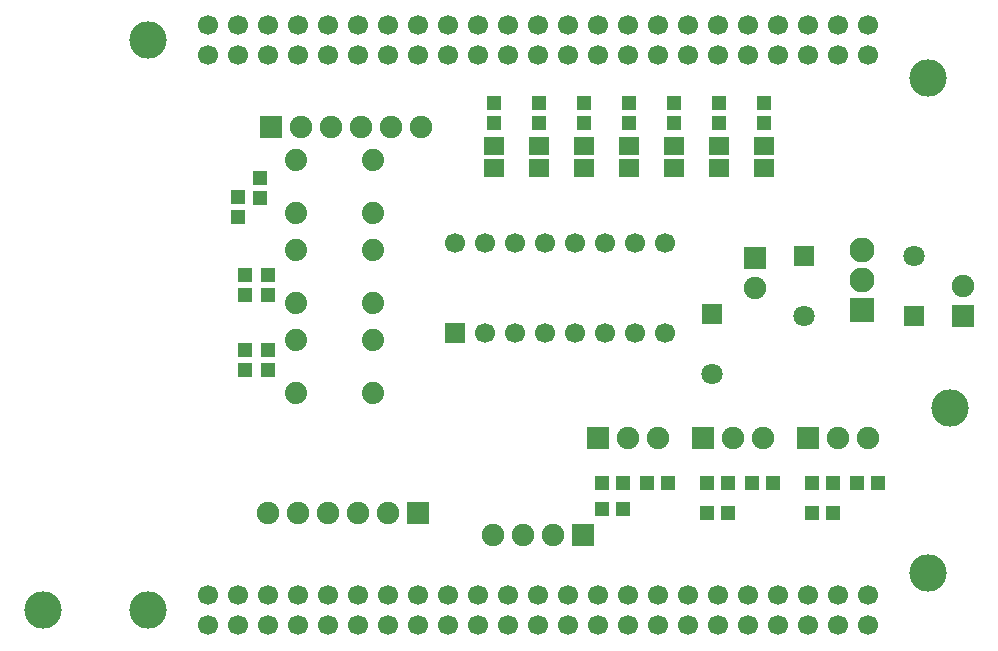
<source format=gbr>
G04 DipTrace 2.4.0.2*
%INTopMask.gbr*%
%MOIN*%
%ADD23R,0.0669X0.0669*%
%ADD24C,0.0669*%
%ADD28C,0.074*%
%ADD29R,0.0748X0.0748*%
%ADD30C,0.0748*%
%ADD33C,0.125*%
%ADD39C,0.0828*%
%ADD40R,0.0828X0.0828*%
%ADD45R,0.0671X0.0592*%
%ADD47R,0.071X0.071*%
%ADD49C,0.071*%
%ADD51R,0.0474X0.0513*%
%ADD53R,0.0513X0.0474*%
%FSLAX44Y44*%
G04*
G70*
G90*
G75*
G01*
%LNTopMask*%
%LPD*%
D53*
X32275Y8940D3*
X31605D3*
X28775D3*
X28105D3*
X25275Y9065D3*
X24605D3*
D51*
X13440Y13690D3*
Y14359D3*
Y16190D3*
Y16859D3*
X13190Y19440D3*
Y20109D3*
D49*
X31313Y15502D3*
D47*
Y17502D3*
D49*
X35001D3*
D47*
Y15502D3*
D45*
X30003Y20440D3*
Y21188D3*
X28503Y20440D3*
Y21188D3*
X27003Y20440D3*
Y21188D3*
X25503Y20440D3*
Y21188D3*
X24003Y20440D3*
Y21188D3*
X22503Y20440D3*
Y21188D3*
X21003Y20440D3*
Y21188D3*
D29*
X18440Y8940D3*
D30*
X17440D3*
X16440D3*
X15440D3*
X14440D3*
X13440D3*
D29*
X13565Y21815D3*
D30*
X14565D3*
X15565D3*
X16565D3*
X17565D3*
X18565D3*
D29*
X31440Y11440D3*
D30*
X32440D3*
X33440D3*
D29*
X27940D3*
D30*
X28940D3*
X29940D3*
D29*
X24440D3*
D30*
X25440D3*
X26440D3*
D29*
X23940Y8190D3*
D30*
X22940D3*
X21940D3*
X20940D3*
D29*
X36626Y15502D3*
D30*
Y16502D3*
D53*
X32275Y9940D3*
X31605D3*
X33105D3*
X33775D3*
X28775D3*
X28105D3*
X29605D3*
X30275D3*
X25275D3*
X24605D3*
X26105D3*
X26775D3*
D51*
X12690Y14359D3*
Y13690D3*
Y16859D3*
Y16190D3*
X12440Y18815D3*
Y19484D3*
X27003Y21940D3*
Y22609D3*
X28503Y21940D3*
Y22609D3*
X30003Y21940D3*
Y22609D3*
X25503Y21940D3*
Y22609D3*
X21003Y21940D3*
Y22609D3*
X22503Y21940D3*
Y22609D3*
X24003Y21940D3*
Y22609D3*
D24*
X11440Y6190D3*
X12440D3*
X13440D3*
X14440D3*
X15440D3*
X16440D3*
X17440D3*
X18440D3*
X19440D3*
X20440D3*
X21440D3*
X22440D3*
X23440D3*
X24440D3*
X25440D3*
X26440D3*
X27440D3*
X28440D3*
X29440D3*
X30440D3*
X31440D3*
X32440D3*
X33440D3*
Y5190D3*
X32440D3*
X31440D3*
X30440D3*
X29440D3*
X28440D3*
X27440D3*
X26440D3*
X25440D3*
X24440D3*
X23440D3*
X22440D3*
X21440D3*
X20440D3*
X19440D3*
X18440D3*
X17440D3*
X16440D3*
X15440D3*
X14440D3*
X13440D3*
X12440D3*
X11440D3*
Y25190D3*
X12440D3*
X13440D3*
X14440D3*
X15440D3*
X16440D3*
X17440D3*
X18440D3*
X19440D3*
X20440D3*
X21440D3*
X22440D3*
X23440D3*
X24440D3*
X25440D3*
X26440D3*
X27440D3*
X28440D3*
X29440D3*
X30440D3*
X31440D3*
X32440D3*
X33440D3*
Y24190D3*
X32440D3*
X31440D3*
X30440D3*
X29440D3*
X28440D3*
X27440D3*
X26440D3*
X25440D3*
X24440D3*
X23440D3*
X22440D3*
X21440D3*
X20440D3*
X19440D3*
X18440D3*
X17440D3*
X16440D3*
X15440D3*
X14440D3*
X13440D3*
X12440D3*
X11440D3*
D33*
X35440Y23440D3*
Y6940D3*
X9440Y24690D3*
Y5690D3*
D23*
X19690Y14940D3*
D24*
X20690D3*
X21690D3*
X22690D3*
X23690D3*
X24690D3*
X25690D3*
X26690D3*
Y17940D3*
X25690D3*
X24690D3*
X23690D3*
X22690D3*
X21690D3*
X20690D3*
X19690D3*
D28*
X14380Y20720D3*
X16940D3*
X14380Y18940D3*
X16940D3*
X14380Y17720D3*
X16940D3*
X14380Y15940D3*
X16940D3*
X14380Y14720D3*
X16940D3*
X14380Y12940D3*
X16940D3*
D40*
X33251Y15690D3*
D39*
Y16690D3*
Y17690D3*
D29*
X29688Y17440D3*
D30*
Y16440D3*
D49*
X28250Y13564D3*
D47*
Y15564D3*
D33*
X5940Y5690D3*
X36190Y12440D3*
M02*

</source>
